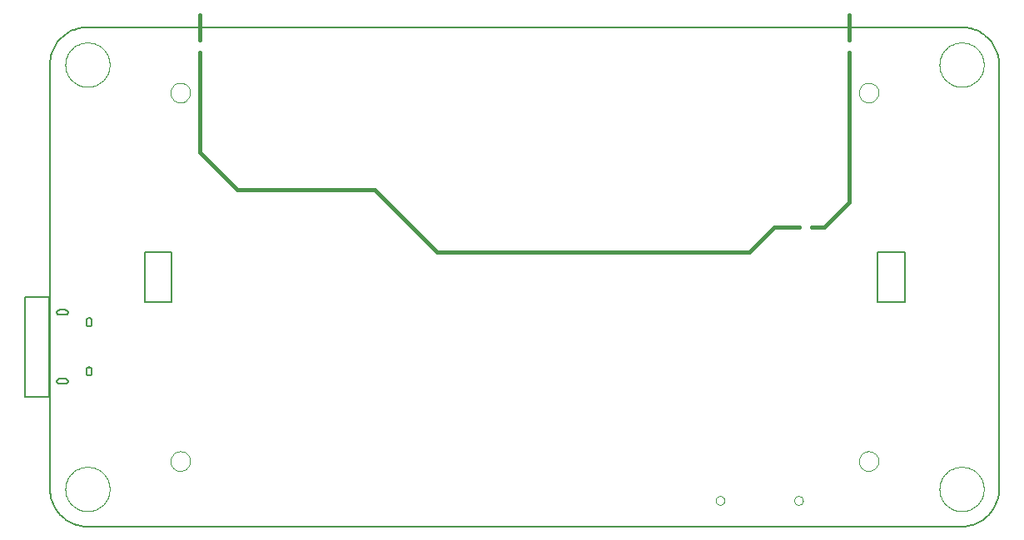
<source format=gko>
G75*
%MOIN*%
%OFA0B0*%
%FSLAX24Y24*%
%IPPOS*%
%LPD*%
%AMOC8*
5,1,8,0,0,1.08239X$1,22.5*
%
%ADD10C,0.0050*%
%ADD11C,0.0000*%
%ADD12C,0.0160*%
D10*
X017760Y016393D02*
X052760Y016393D01*
X052836Y016395D01*
X052912Y016401D01*
X052987Y016410D01*
X053062Y016424D01*
X053136Y016441D01*
X053209Y016462D01*
X053281Y016486D01*
X053352Y016515D01*
X053421Y016546D01*
X053488Y016581D01*
X053553Y016620D01*
X053617Y016662D01*
X053678Y016707D01*
X053737Y016755D01*
X053793Y016806D01*
X053847Y016860D01*
X053898Y016916D01*
X053946Y016975D01*
X053991Y017036D01*
X054033Y017100D01*
X054072Y017165D01*
X054107Y017232D01*
X054138Y017301D01*
X054167Y017372D01*
X054191Y017444D01*
X054212Y017517D01*
X054229Y017591D01*
X054243Y017666D01*
X054252Y017741D01*
X054258Y017817D01*
X054260Y017893D01*
X054260Y034893D01*
X054258Y034969D01*
X054252Y035045D01*
X054243Y035120D01*
X054229Y035195D01*
X054212Y035269D01*
X054191Y035342D01*
X054167Y035414D01*
X054138Y035485D01*
X054107Y035554D01*
X054072Y035621D01*
X054033Y035686D01*
X053991Y035750D01*
X053946Y035811D01*
X053898Y035870D01*
X053847Y035926D01*
X053793Y035980D01*
X053737Y036031D01*
X053678Y036079D01*
X053617Y036124D01*
X053553Y036166D01*
X053488Y036205D01*
X053421Y036240D01*
X053352Y036271D01*
X053281Y036300D01*
X053209Y036324D01*
X053136Y036345D01*
X053062Y036362D01*
X052987Y036376D01*
X052912Y036385D01*
X052836Y036391D01*
X052760Y036393D01*
X017760Y036393D01*
X017684Y036391D01*
X017608Y036385D01*
X017533Y036376D01*
X017458Y036362D01*
X017384Y036345D01*
X017311Y036324D01*
X017239Y036300D01*
X017168Y036271D01*
X017099Y036240D01*
X017032Y036205D01*
X016967Y036166D01*
X016903Y036124D01*
X016842Y036079D01*
X016783Y036031D01*
X016727Y035980D01*
X016673Y035926D01*
X016622Y035870D01*
X016574Y035811D01*
X016529Y035750D01*
X016487Y035686D01*
X016448Y035621D01*
X016413Y035554D01*
X016382Y035485D01*
X016353Y035414D01*
X016329Y035342D01*
X016308Y035269D01*
X016291Y035195D01*
X016277Y035120D01*
X016268Y035045D01*
X016262Y034969D01*
X016260Y034893D01*
X016260Y017893D01*
X016262Y017817D01*
X016268Y017741D01*
X016277Y017666D01*
X016291Y017591D01*
X016308Y017517D01*
X016329Y017444D01*
X016353Y017372D01*
X016382Y017301D01*
X016413Y017232D01*
X016448Y017165D01*
X016487Y017100D01*
X016529Y017036D01*
X016574Y016975D01*
X016622Y016916D01*
X016673Y016860D01*
X016727Y016806D01*
X016783Y016755D01*
X016842Y016707D01*
X016903Y016662D01*
X016967Y016620D01*
X017032Y016581D01*
X017099Y016546D01*
X017168Y016515D01*
X017239Y016486D01*
X017311Y016462D01*
X017384Y016441D01*
X017458Y016424D01*
X017533Y016410D01*
X017608Y016401D01*
X017684Y016395D01*
X017760Y016393D01*
X016235Y021593D02*
X015260Y021593D01*
X015260Y025593D01*
X016235Y025593D01*
X016235Y021593D01*
X016632Y022117D02*
X016887Y022117D01*
X016904Y022118D01*
X016921Y022123D01*
X016936Y022130D01*
X016950Y022140D01*
X016962Y022152D01*
X016972Y022166D01*
X016979Y022181D01*
X016984Y022198D01*
X016985Y022215D01*
X016984Y022232D01*
X016979Y022249D01*
X016972Y022264D01*
X016962Y022278D01*
X016950Y022290D01*
X016936Y022300D01*
X016921Y022307D01*
X016904Y022312D01*
X016887Y022313D01*
X016887Y022314D02*
X016632Y022314D01*
X016534Y022215D02*
X016535Y022198D01*
X016540Y022181D01*
X016547Y022166D01*
X016557Y022152D01*
X016569Y022140D01*
X016583Y022130D01*
X016598Y022123D01*
X016615Y022118D01*
X016632Y022117D01*
X016534Y022215D02*
X016535Y022232D01*
X016540Y022249D01*
X016547Y022264D01*
X016557Y022278D01*
X016569Y022290D01*
X016583Y022300D01*
X016598Y022307D01*
X016615Y022312D01*
X016632Y022313D01*
X017714Y022550D02*
X017714Y022668D01*
X017823Y022776D02*
X017842Y022774D01*
X017860Y022769D01*
X017877Y022762D01*
X017892Y022751D01*
X017906Y022737D01*
X017917Y022722D01*
X017924Y022705D01*
X017929Y022687D01*
X017931Y022668D01*
X017931Y022550D01*
X017823Y022442D02*
X017804Y022444D01*
X017786Y022449D01*
X017769Y022456D01*
X017754Y022467D01*
X017740Y022481D01*
X017729Y022496D01*
X017722Y022513D01*
X017717Y022531D01*
X017715Y022550D01*
X017823Y022442D02*
X017842Y022444D01*
X017860Y022449D01*
X017877Y022456D01*
X017892Y022467D01*
X017906Y022481D01*
X017917Y022496D01*
X017924Y022513D01*
X017929Y022531D01*
X017931Y022550D01*
X017715Y022668D02*
X017717Y022687D01*
X017722Y022705D01*
X017729Y022722D01*
X017740Y022737D01*
X017754Y022751D01*
X017769Y022762D01*
X017786Y022769D01*
X017804Y022774D01*
X017823Y022776D01*
X017832Y024410D02*
X017823Y024410D01*
X017823Y024411D02*
X017804Y024413D01*
X017786Y024418D01*
X017769Y024425D01*
X017754Y024436D01*
X017740Y024450D01*
X017729Y024465D01*
X017722Y024482D01*
X017717Y024500D01*
X017715Y024519D01*
X017714Y024519D02*
X017714Y024637D01*
X017715Y024637D02*
X017717Y024656D01*
X017722Y024674D01*
X017729Y024691D01*
X017740Y024706D01*
X017754Y024720D01*
X017769Y024731D01*
X017786Y024738D01*
X017804Y024743D01*
X017823Y024745D01*
X017832Y024745D01*
X017851Y024743D01*
X017869Y024738D01*
X017886Y024731D01*
X017901Y024720D01*
X017915Y024706D01*
X017926Y024691D01*
X017933Y024674D01*
X017938Y024656D01*
X017940Y024637D01*
X017941Y024637D02*
X017941Y024519D01*
X017940Y024519D02*
X017938Y024500D01*
X017933Y024482D01*
X017926Y024465D01*
X017915Y024450D01*
X017901Y024436D01*
X017886Y024425D01*
X017869Y024418D01*
X017851Y024413D01*
X017832Y024411D01*
X016887Y024873D02*
X016632Y024873D01*
X016534Y024971D02*
X016535Y024988D01*
X016540Y025005D01*
X016547Y025020D01*
X016557Y025034D01*
X016569Y025046D01*
X016583Y025056D01*
X016598Y025063D01*
X016615Y025068D01*
X016632Y025069D01*
X016632Y025070D02*
X016887Y025070D01*
X016985Y024971D02*
X016984Y024954D01*
X016979Y024937D01*
X016972Y024922D01*
X016962Y024908D01*
X016950Y024896D01*
X016936Y024886D01*
X016921Y024879D01*
X016904Y024874D01*
X016887Y024873D01*
X016985Y024971D02*
X016984Y024988D01*
X016979Y025005D01*
X016972Y025020D01*
X016962Y025034D01*
X016950Y025046D01*
X016936Y025056D01*
X016921Y025063D01*
X016904Y025068D01*
X016887Y025069D01*
X016632Y024873D02*
X016615Y024874D01*
X016598Y024879D01*
X016583Y024886D01*
X016569Y024896D01*
X016557Y024908D01*
X016547Y024922D01*
X016540Y024937D01*
X016535Y024954D01*
X016534Y024971D01*
X020043Y025393D02*
X020043Y027393D01*
X021130Y027393D01*
X021130Y025393D01*
X020043Y025393D01*
X049389Y025393D02*
X049389Y027393D01*
X050476Y027393D01*
X050476Y025393D01*
X049389Y025393D01*
D11*
X048645Y019011D02*
X048647Y019050D01*
X048653Y019089D01*
X048663Y019127D01*
X048676Y019164D01*
X048693Y019199D01*
X048713Y019233D01*
X048737Y019264D01*
X048764Y019293D01*
X048793Y019319D01*
X048825Y019342D01*
X048859Y019362D01*
X048895Y019378D01*
X048932Y019390D01*
X048971Y019399D01*
X049010Y019404D01*
X049049Y019405D01*
X049088Y019402D01*
X049127Y019395D01*
X049164Y019384D01*
X049201Y019370D01*
X049236Y019352D01*
X049269Y019331D01*
X049300Y019306D01*
X049328Y019279D01*
X049353Y019249D01*
X049375Y019216D01*
X049394Y019182D01*
X049409Y019146D01*
X049421Y019108D01*
X049429Y019070D01*
X049433Y019031D01*
X049433Y018991D01*
X049429Y018952D01*
X049421Y018914D01*
X049409Y018876D01*
X049394Y018840D01*
X049375Y018806D01*
X049353Y018773D01*
X049328Y018743D01*
X049300Y018716D01*
X049269Y018691D01*
X049236Y018670D01*
X049201Y018652D01*
X049164Y018638D01*
X049127Y018627D01*
X049088Y018620D01*
X049049Y018617D01*
X049010Y018618D01*
X048971Y018623D01*
X048932Y018632D01*
X048895Y018644D01*
X048859Y018660D01*
X048825Y018680D01*
X048793Y018703D01*
X048764Y018729D01*
X048737Y018758D01*
X048713Y018789D01*
X048693Y018823D01*
X048676Y018858D01*
X048663Y018895D01*
X048653Y018933D01*
X048647Y018972D01*
X048645Y019011D01*
X046060Y017435D02*
X046062Y017461D01*
X046068Y017487D01*
X046077Y017511D01*
X046090Y017534D01*
X046107Y017554D01*
X046126Y017572D01*
X046148Y017587D01*
X046171Y017598D01*
X046196Y017606D01*
X046222Y017610D01*
X046248Y017610D01*
X046274Y017606D01*
X046299Y017598D01*
X046323Y017587D01*
X046344Y017572D01*
X046363Y017554D01*
X046380Y017534D01*
X046393Y017511D01*
X046402Y017487D01*
X046408Y017461D01*
X046410Y017435D01*
X046408Y017409D01*
X046402Y017383D01*
X046393Y017359D01*
X046380Y017336D01*
X046363Y017316D01*
X046344Y017298D01*
X046322Y017283D01*
X046299Y017272D01*
X046274Y017264D01*
X046248Y017260D01*
X046222Y017260D01*
X046196Y017264D01*
X046171Y017272D01*
X046147Y017283D01*
X046126Y017298D01*
X046107Y017316D01*
X046090Y017336D01*
X046077Y017359D01*
X046068Y017383D01*
X046062Y017409D01*
X046060Y017435D01*
X042911Y017435D02*
X042913Y017461D01*
X042919Y017487D01*
X042928Y017511D01*
X042941Y017534D01*
X042958Y017554D01*
X042977Y017572D01*
X042999Y017587D01*
X043022Y017598D01*
X043047Y017606D01*
X043073Y017610D01*
X043099Y017610D01*
X043125Y017606D01*
X043150Y017598D01*
X043174Y017587D01*
X043195Y017572D01*
X043214Y017554D01*
X043231Y017534D01*
X043244Y017511D01*
X043253Y017487D01*
X043259Y017461D01*
X043261Y017435D01*
X043259Y017409D01*
X043253Y017383D01*
X043244Y017359D01*
X043231Y017336D01*
X043214Y017316D01*
X043195Y017298D01*
X043173Y017283D01*
X043150Y017272D01*
X043125Y017264D01*
X043099Y017260D01*
X043073Y017260D01*
X043047Y017264D01*
X043022Y017272D01*
X042998Y017283D01*
X042977Y017298D01*
X042958Y017316D01*
X042941Y017336D01*
X042928Y017359D01*
X042919Y017383D01*
X042913Y017409D01*
X042911Y017435D01*
X051874Y017893D02*
X051876Y017952D01*
X051882Y018011D01*
X051892Y018069D01*
X051905Y018127D01*
X051923Y018184D01*
X051944Y018239D01*
X051969Y018293D01*
X051998Y018345D01*
X052030Y018394D01*
X052065Y018442D01*
X052103Y018487D01*
X052144Y018530D01*
X052188Y018570D01*
X052234Y018606D01*
X052283Y018640D01*
X052334Y018670D01*
X052387Y018697D01*
X052442Y018720D01*
X052497Y018739D01*
X052555Y018755D01*
X052613Y018767D01*
X052671Y018775D01*
X052730Y018779D01*
X052790Y018779D01*
X052849Y018775D01*
X052907Y018767D01*
X052965Y018755D01*
X053023Y018739D01*
X053078Y018720D01*
X053133Y018697D01*
X053186Y018670D01*
X053237Y018640D01*
X053286Y018606D01*
X053332Y018570D01*
X053376Y018530D01*
X053417Y018487D01*
X053455Y018442D01*
X053490Y018394D01*
X053522Y018345D01*
X053551Y018293D01*
X053576Y018239D01*
X053597Y018184D01*
X053615Y018127D01*
X053628Y018069D01*
X053638Y018011D01*
X053644Y017952D01*
X053646Y017893D01*
X053644Y017834D01*
X053638Y017775D01*
X053628Y017717D01*
X053615Y017659D01*
X053597Y017602D01*
X053576Y017547D01*
X053551Y017493D01*
X053522Y017441D01*
X053490Y017392D01*
X053455Y017344D01*
X053417Y017299D01*
X053376Y017256D01*
X053332Y017216D01*
X053286Y017180D01*
X053237Y017146D01*
X053186Y017116D01*
X053133Y017089D01*
X053078Y017066D01*
X053023Y017047D01*
X052965Y017031D01*
X052907Y017019D01*
X052849Y017011D01*
X052790Y017007D01*
X052730Y017007D01*
X052671Y017011D01*
X052613Y017019D01*
X052555Y017031D01*
X052497Y017047D01*
X052442Y017066D01*
X052387Y017089D01*
X052334Y017116D01*
X052283Y017146D01*
X052234Y017180D01*
X052188Y017216D01*
X052144Y017256D01*
X052103Y017299D01*
X052065Y017344D01*
X052030Y017392D01*
X051998Y017441D01*
X051969Y017493D01*
X051944Y017547D01*
X051923Y017602D01*
X051905Y017659D01*
X051892Y017717D01*
X051882Y017775D01*
X051876Y017834D01*
X051874Y017893D01*
X048645Y033775D02*
X048647Y033814D01*
X048653Y033853D01*
X048663Y033891D01*
X048676Y033928D01*
X048693Y033963D01*
X048713Y033997D01*
X048737Y034028D01*
X048764Y034057D01*
X048793Y034083D01*
X048825Y034106D01*
X048859Y034126D01*
X048895Y034142D01*
X048932Y034154D01*
X048971Y034163D01*
X049010Y034168D01*
X049049Y034169D01*
X049088Y034166D01*
X049127Y034159D01*
X049164Y034148D01*
X049201Y034134D01*
X049236Y034116D01*
X049269Y034095D01*
X049300Y034070D01*
X049328Y034043D01*
X049353Y034013D01*
X049375Y033980D01*
X049394Y033946D01*
X049409Y033910D01*
X049421Y033872D01*
X049429Y033834D01*
X049433Y033795D01*
X049433Y033755D01*
X049429Y033716D01*
X049421Y033678D01*
X049409Y033640D01*
X049394Y033604D01*
X049375Y033570D01*
X049353Y033537D01*
X049328Y033507D01*
X049300Y033480D01*
X049269Y033455D01*
X049236Y033434D01*
X049201Y033416D01*
X049164Y033402D01*
X049127Y033391D01*
X049088Y033384D01*
X049049Y033381D01*
X049010Y033382D01*
X048971Y033387D01*
X048932Y033396D01*
X048895Y033408D01*
X048859Y033424D01*
X048825Y033444D01*
X048793Y033467D01*
X048764Y033493D01*
X048737Y033522D01*
X048713Y033553D01*
X048693Y033587D01*
X048676Y033622D01*
X048663Y033659D01*
X048653Y033697D01*
X048647Y033736D01*
X048645Y033775D01*
X051874Y034893D02*
X051876Y034952D01*
X051882Y035011D01*
X051892Y035069D01*
X051905Y035127D01*
X051923Y035184D01*
X051944Y035239D01*
X051969Y035293D01*
X051998Y035345D01*
X052030Y035394D01*
X052065Y035442D01*
X052103Y035487D01*
X052144Y035530D01*
X052188Y035570D01*
X052234Y035606D01*
X052283Y035640D01*
X052334Y035670D01*
X052387Y035697D01*
X052442Y035720D01*
X052497Y035739D01*
X052555Y035755D01*
X052613Y035767D01*
X052671Y035775D01*
X052730Y035779D01*
X052790Y035779D01*
X052849Y035775D01*
X052907Y035767D01*
X052965Y035755D01*
X053023Y035739D01*
X053078Y035720D01*
X053133Y035697D01*
X053186Y035670D01*
X053237Y035640D01*
X053286Y035606D01*
X053332Y035570D01*
X053376Y035530D01*
X053417Y035487D01*
X053455Y035442D01*
X053490Y035394D01*
X053522Y035345D01*
X053551Y035293D01*
X053576Y035239D01*
X053597Y035184D01*
X053615Y035127D01*
X053628Y035069D01*
X053638Y035011D01*
X053644Y034952D01*
X053646Y034893D01*
X053644Y034834D01*
X053638Y034775D01*
X053628Y034717D01*
X053615Y034659D01*
X053597Y034602D01*
X053576Y034547D01*
X053551Y034493D01*
X053522Y034441D01*
X053490Y034392D01*
X053455Y034344D01*
X053417Y034299D01*
X053376Y034256D01*
X053332Y034216D01*
X053286Y034180D01*
X053237Y034146D01*
X053186Y034116D01*
X053133Y034089D01*
X053078Y034066D01*
X053023Y034047D01*
X052965Y034031D01*
X052907Y034019D01*
X052849Y034011D01*
X052790Y034007D01*
X052730Y034007D01*
X052671Y034011D01*
X052613Y034019D01*
X052555Y034031D01*
X052497Y034047D01*
X052442Y034066D01*
X052387Y034089D01*
X052334Y034116D01*
X052283Y034146D01*
X052234Y034180D01*
X052188Y034216D01*
X052144Y034256D01*
X052103Y034299D01*
X052065Y034344D01*
X052030Y034392D01*
X051998Y034441D01*
X051969Y034493D01*
X051944Y034547D01*
X051923Y034602D01*
X051905Y034659D01*
X051892Y034717D01*
X051882Y034775D01*
X051876Y034834D01*
X051874Y034893D01*
X021086Y033775D02*
X021088Y033814D01*
X021094Y033853D01*
X021104Y033891D01*
X021117Y033928D01*
X021134Y033963D01*
X021154Y033997D01*
X021178Y034028D01*
X021205Y034057D01*
X021234Y034083D01*
X021266Y034106D01*
X021300Y034126D01*
X021336Y034142D01*
X021373Y034154D01*
X021412Y034163D01*
X021451Y034168D01*
X021490Y034169D01*
X021529Y034166D01*
X021568Y034159D01*
X021605Y034148D01*
X021642Y034134D01*
X021677Y034116D01*
X021710Y034095D01*
X021741Y034070D01*
X021769Y034043D01*
X021794Y034013D01*
X021816Y033980D01*
X021835Y033946D01*
X021850Y033910D01*
X021862Y033872D01*
X021870Y033834D01*
X021874Y033795D01*
X021874Y033755D01*
X021870Y033716D01*
X021862Y033678D01*
X021850Y033640D01*
X021835Y033604D01*
X021816Y033570D01*
X021794Y033537D01*
X021769Y033507D01*
X021741Y033480D01*
X021710Y033455D01*
X021677Y033434D01*
X021642Y033416D01*
X021605Y033402D01*
X021568Y033391D01*
X021529Y033384D01*
X021490Y033381D01*
X021451Y033382D01*
X021412Y033387D01*
X021373Y033396D01*
X021336Y033408D01*
X021300Y033424D01*
X021266Y033444D01*
X021234Y033467D01*
X021205Y033493D01*
X021178Y033522D01*
X021154Y033553D01*
X021134Y033587D01*
X021117Y033622D01*
X021104Y033659D01*
X021094Y033697D01*
X021088Y033736D01*
X021086Y033775D01*
X016874Y034893D02*
X016876Y034952D01*
X016882Y035011D01*
X016892Y035069D01*
X016905Y035127D01*
X016923Y035184D01*
X016944Y035239D01*
X016969Y035293D01*
X016998Y035345D01*
X017030Y035394D01*
X017065Y035442D01*
X017103Y035487D01*
X017144Y035530D01*
X017188Y035570D01*
X017234Y035606D01*
X017283Y035640D01*
X017334Y035670D01*
X017387Y035697D01*
X017442Y035720D01*
X017497Y035739D01*
X017555Y035755D01*
X017613Y035767D01*
X017671Y035775D01*
X017730Y035779D01*
X017790Y035779D01*
X017849Y035775D01*
X017907Y035767D01*
X017965Y035755D01*
X018023Y035739D01*
X018078Y035720D01*
X018133Y035697D01*
X018186Y035670D01*
X018237Y035640D01*
X018286Y035606D01*
X018332Y035570D01*
X018376Y035530D01*
X018417Y035487D01*
X018455Y035442D01*
X018490Y035394D01*
X018522Y035345D01*
X018551Y035293D01*
X018576Y035239D01*
X018597Y035184D01*
X018615Y035127D01*
X018628Y035069D01*
X018638Y035011D01*
X018644Y034952D01*
X018646Y034893D01*
X018644Y034834D01*
X018638Y034775D01*
X018628Y034717D01*
X018615Y034659D01*
X018597Y034602D01*
X018576Y034547D01*
X018551Y034493D01*
X018522Y034441D01*
X018490Y034392D01*
X018455Y034344D01*
X018417Y034299D01*
X018376Y034256D01*
X018332Y034216D01*
X018286Y034180D01*
X018237Y034146D01*
X018186Y034116D01*
X018133Y034089D01*
X018078Y034066D01*
X018023Y034047D01*
X017965Y034031D01*
X017907Y034019D01*
X017849Y034011D01*
X017790Y034007D01*
X017730Y034007D01*
X017671Y034011D01*
X017613Y034019D01*
X017555Y034031D01*
X017497Y034047D01*
X017442Y034066D01*
X017387Y034089D01*
X017334Y034116D01*
X017283Y034146D01*
X017234Y034180D01*
X017188Y034216D01*
X017144Y034256D01*
X017103Y034299D01*
X017065Y034344D01*
X017030Y034392D01*
X016998Y034441D01*
X016969Y034493D01*
X016944Y034547D01*
X016923Y034602D01*
X016905Y034659D01*
X016892Y034717D01*
X016882Y034775D01*
X016876Y034834D01*
X016874Y034893D01*
X021086Y019011D02*
X021088Y019050D01*
X021094Y019089D01*
X021104Y019127D01*
X021117Y019164D01*
X021134Y019199D01*
X021154Y019233D01*
X021178Y019264D01*
X021205Y019293D01*
X021234Y019319D01*
X021266Y019342D01*
X021300Y019362D01*
X021336Y019378D01*
X021373Y019390D01*
X021412Y019399D01*
X021451Y019404D01*
X021490Y019405D01*
X021529Y019402D01*
X021568Y019395D01*
X021605Y019384D01*
X021642Y019370D01*
X021677Y019352D01*
X021710Y019331D01*
X021741Y019306D01*
X021769Y019279D01*
X021794Y019249D01*
X021816Y019216D01*
X021835Y019182D01*
X021850Y019146D01*
X021862Y019108D01*
X021870Y019070D01*
X021874Y019031D01*
X021874Y018991D01*
X021870Y018952D01*
X021862Y018914D01*
X021850Y018876D01*
X021835Y018840D01*
X021816Y018806D01*
X021794Y018773D01*
X021769Y018743D01*
X021741Y018716D01*
X021710Y018691D01*
X021677Y018670D01*
X021642Y018652D01*
X021605Y018638D01*
X021568Y018627D01*
X021529Y018620D01*
X021490Y018617D01*
X021451Y018618D01*
X021412Y018623D01*
X021373Y018632D01*
X021336Y018644D01*
X021300Y018660D01*
X021266Y018680D01*
X021234Y018703D01*
X021205Y018729D01*
X021178Y018758D01*
X021154Y018789D01*
X021134Y018823D01*
X021117Y018858D01*
X021104Y018895D01*
X021094Y018933D01*
X021088Y018972D01*
X021086Y019011D01*
X016874Y017893D02*
X016876Y017952D01*
X016882Y018011D01*
X016892Y018069D01*
X016905Y018127D01*
X016923Y018184D01*
X016944Y018239D01*
X016969Y018293D01*
X016998Y018345D01*
X017030Y018394D01*
X017065Y018442D01*
X017103Y018487D01*
X017144Y018530D01*
X017188Y018570D01*
X017234Y018606D01*
X017283Y018640D01*
X017334Y018670D01*
X017387Y018697D01*
X017442Y018720D01*
X017497Y018739D01*
X017555Y018755D01*
X017613Y018767D01*
X017671Y018775D01*
X017730Y018779D01*
X017790Y018779D01*
X017849Y018775D01*
X017907Y018767D01*
X017965Y018755D01*
X018023Y018739D01*
X018078Y018720D01*
X018133Y018697D01*
X018186Y018670D01*
X018237Y018640D01*
X018286Y018606D01*
X018332Y018570D01*
X018376Y018530D01*
X018417Y018487D01*
X018455Y018442D01*
X018490Y018394D01*
X018522Y018345D01*
X018551Y018293D01*
X018576Y018239D01*
X018597Y018184D01*
X018615Y018127D01*
X018628Y018069D01*
X018638Y018011D01*
X018644Y017952D01*
X018646Y017893D01*
X018644Y017834D01*
X018638Y017775D01*
X018628Y017717D01*
X018615Y017659D01*
X018597Y017602D01*
X018576Y017547D01*
X018551Y017493D01*
X018522Y017441D01*
X018490Y017392D01*
X018455Y017344D01*
X018417Y017299D01*
X018376Y017256D01*
X018332Y017216D01*
X018286Y017180D01*
X018237Y017146D01*
X018186Y017116D01*
X018133Y017089D01*
X018078Y017066D01*
X018023Y017047D01*
X017965Y017031D01*
X017907Y017019D01*
X017849Y017011D01*
X017790Y017007D01*
X017730Y017007D01*
X017671Y017011D01*
X017613Y017019D01*
X017555Y017031D01*
X017497Y017047D01*
X017442Y017066D01*
X017387Y017089D01*
X017334Y017116D01*
X017283Y017146D01*
X017234Y017180D01*
X017188Y017216D01*
X017144Y017256D01*
X017103Y017299D01*
X017065Y017344D01*
X017030Y017392D01*
X016998Y017441D01*
X016969Y017493D01*
X016944Y017547D01*
X016923Y017602D01*
X016905Y017659D01*
X016892Y017717D01*
X016882Y017775D01*
X016876Y017834D01*
X016874Y017893D01*
D12*
X029260Y029893D02*
X031760Y027393D01*
X044260Y027393D01*
X045260Y028393D01*
X046260Y028393D01*
X046760Y028393D02*
X047260Y028393D01*
X048260Y029393D01*
X048260Y035393D01*
X048260Y035893D02*
X048260Y036893D01*
X029260Y029893D02*
X023760Y029893D01*
X022260Y031393D01*
X022260Y035393D01*
X022260Y035893D02*
X022260Y036893D01*
M02*

</source>
